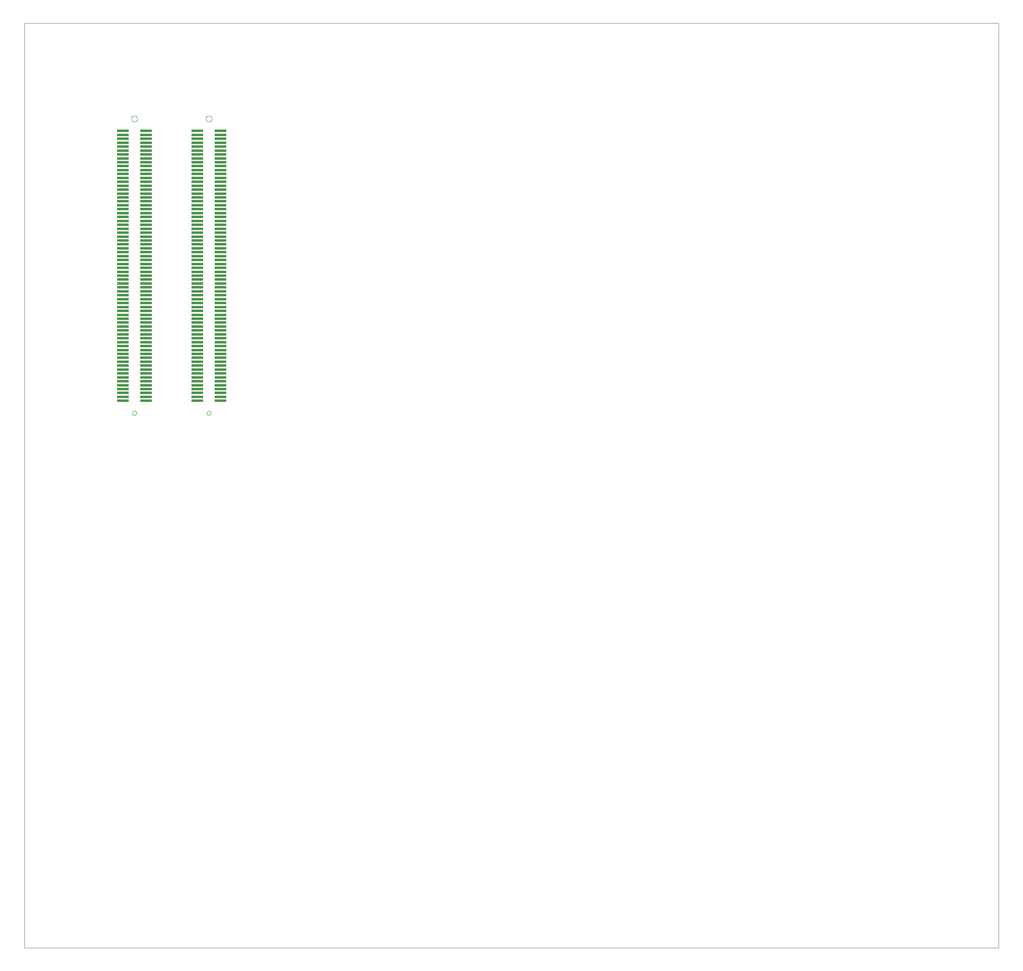
<source format=gbp>
G75*
%MOIN*%
%OFA0B0*%
%FSLAX25Y25*%
%IPPOS*%
%LPD*%
%AMOC8*
5,1,8,0,0,1.08239X$1,22.5*
%
%ADD10C,0.00000*%
%ADD11R,0.09646X0.02087*%
D10*
X0001800Y0001800D02*
X0001800Y0746548D01*
X0786879Y0746548D01*
X0786879Y0001800D01*
X0001800Y0001800D01*
X0088796Y0432540D02*
X0088798Y0432621D01*
X0088804Y0432703D01*
X0088814Y0432784D01*
X0088828Y0432864D01*
X0088845Y0432943D01*
X0088867Y0433022D01*
X0088892Y0433099D01*
X0088921Y0433176D01*
X0088954Y0433250D01*
X0088991Y0433323D01*
X0089030Y0433394D01*
X0089074Y0433463D01*
X0089120Y0433530D01*
X0089170Y0433594D01*
X0089223Y0433656D01*
X0089279Y0433716D01*
X0089337Y0433772D01*
X0089399Y0433826D01*
X0089463Y0433877D01*
X0089529Y0433924D01*
X0089597Y0433968D01*
X0089668Y0434009D01*
X0089740Y0434046D01*
X0089815Y0434080D01*
X0089890Y0434110D01*
X0089968Y0434136D01*
X0090046Y0434159D01*
X0090125Y0434177D01*
X0090205Y0434192D01*
X0090286Y0434203D01*
X0090367Y0434210D01*
X0090449Y0434213D01*
X0090530Y0434212D01*
X0090611Y0434207D01*
X0090692Y0434198D01*
X0090773Y0434185D01*
X0090853Y0434168D01*
X0090931Y0434148D01*
X0091009Y0434123D01*
X0091086Y0434095D01*
X0091161Y0434063D01*
X0091234Y0434028D01*
X0091305Y0433989D01*
X0091375Y0433946D01*
X0091442Y0433901D01*
X0091508Y0433852D01*
X0091570Y0433800D01*
X0091630Y0433744D01*
X0091687Y0433686D01*
X0091742Y0433626D01*
X0091793Y0433562D01*
X0091841Y0433497D01*
X0091886Y0433429D01*
X0091928Y0433359D01*
X0091966Y0433287D01*
X0092001Y0433213D01*
X0092032Y0433138D01*
X0092059Y0433061D01*
X0092082Y0432983D01*
X0092102Y0432904D01*
X0092118Y0432824D01*
X0092130Y0432743D01*
X0092138Y0432662D01*
X0092142Y0432581D01*
X0092142Y0432499D01*
X0092138Y0432418D01*
X0092130Y0432337D01*
X0092118Y0432256D01*
X0092102Y0432176D01*
X0092082Y0432097D01*
X0092059Y0432019D01*
X0092032Y0431942D01*
X0092001Y0431867D01*
X0091966Y0431793D01*
X0091928Y0431721D01*
X0091886Y0431651D01*
X0091841Y0431583D01*
X0091793Y0431518D01*
X0091742Y0431454D01*
X0091687Y0431394D01*
X0091630Y0431336D01*
X0091570Y0431280D01*
X0091508Y0431228D01*
X0091442Y0431179D01*
X0091375Y0431134D01*
X0091306Y0431091D01*
X0091234Y0431052D01*
X0091161Y0431017D01*
X0091086Y0430985D01*
X0091009Y0430957D01*
X0090931Y0430932D01*
X0090853Y0430912D01*
X0090773Y0430895D01*
X0090692Y0430882D01*
X0090611Y0430873D01*
X0090530Y0430868D01*
X0090449Y0430867D01*
X0090367Y0430870D01*
X0090286Y0430877D01*
X0090205Y0430888D01*
X0090125Y0430903D01*
X0090046Y0430921D01*
X0089968Y0430944D01*
X0089890Y0430970D01*
X0089815Y0431000D01*
X0089740Y0431034D01*
X0089668Y0431071D01*
X0089597Y0431112D01*
X0089529Y0431156D01*
X0089463Y0431203D01*
X0089399Y0431254D01*
X0089337Y0431308D01*
X0089279Y0431364D01*
X0089223Y0431424D01*
X0089170Y0431486D01*
X0089120Y0431550D01*
X0089074Y0431617D01*
X0089030Y0431686D01*
X0088991Y0431757D01*
X0088954Y0431830D01*
X0088921Y0431904D01*
X0088892Y0431981D01*
X0088867Y0432058D01*
X0088845Y0432137D01*
X0088828Y0432216D01*
X0088814Y0432296D01*
X0088804Y0432377D01*
X0088798Y0432459D01*
X0088796Y0432540D01*
X0148796Y0432540D02*
X0148798Y0432621D01*
X0148804Y0432703D01*
X0148814Y0432784D01*
X0148828Y0432864D01*
X0148845Y0432943D01*
X0148867Y0433022D01*
X0148892Y0433099D01*
X0148921Y0433176D01*
X0148954Y0433250D01*
X0148991Y0433323D01*
X0149030Y0433394D01*
X0149074Y0433463D01*
X0149120Y0433530D01*
X0149170Y0433594D01*
X0149223Y0433656D01*
X0149279Y0433716D01*
X0149337Y0433772D01*
X0149399Y0433826D01*
X0149463Y0433877D01*
X0149529Y0433924D01*
X0149597Y0433968D01*
X0149668Y0434009D01*
X0149740Y0434046D01*
X0149815Y0434080D01*
X0149890Y0434110D01*
X0149968Y0434136D01*
X0150046Y0434159D01*
X0150125Y0434177D01*
X0150205Y0434192D01*
X0150286Y0434203D01*
X0150367Y0434210D01*
X0150449Y0434213D01*
X0150530Y0434212D01*
X0150611Y0434207D01*
X0150692Y0434198D01*
X0150773Y0434185D01*
X0150853Y0434168D01*
X0150931Y0434148D01*
X0151009Y0434123D01*
X0151086Y0434095D01*
X0151161Y0434063D01*
X0151234Y0434028D01*
X0151305Y0433989D01*
X0151375Y0433946D01*
X0151442Y0433901D01*
X0151508Y0433852D01*
X0151570Y0433800D01*
X0151630Y0433744D01*
X0151687Y0433686D01*
X0151742Y0433626D01*
X0151793Y0433562D01*
X0151841Y0433497D01*
X0151886Y0433429D01*
X0151928Y0433359D01*
X0151966Y0433287D01*
X0152001Y0433213D01*
X0152032Y0433138D01*
X0152059Y0433061D01*
X0152082Y0432983D01*
X0152102Y0432904D01*
X0152118Y0432824D01*
X0152130Y0432743D01*
X0152138Y0432662D01*
X0152142Y0432581D01*
X0152142Y0432499D01*
X0152138Y0432418D01*
X0152130Y0432337D01*
X0152118Y0432256D01*
X0152102Y0432176D01*
X0152082Y0432097D01*
X0152059Y0432019D01*
X0152032Y0431942D01*
X0152001Y0431867D01*
X0151966Y0431793D01*
X0151928Y0431721D01*
X0151886Y0431651D01*
X0151841Y0431583D01*
X0151793Y0431518D01*
X0151742Y0431454D01*
X0151687Y0431394D01*
X0151630Y0431336D01*
X0151570Y0431280D01*
X0151508Y0431228D01*
X0151442Y0431179D01*
X0151375Y0431134D01*
X0151306Y0431091D01*
X0151234Y0431052D01*
X0151161Y0431017D01*
X0151086Y0430985D01*
X0151009Y0430957D01*
X0150931Y0430932D01*
X0150853Y0430912D01*
X0150773Y0430895D01*
X0150692Y0430882D01*
X0150611Y0430873D01*
X0150530Y0430868D01*
X0150449Y0430867D01*
X0150367Y0430870D01*
X0150286Y0430877D01*
X0150205Y0430888D01*
X0150125Y0430903D01*
X0150046Y0430921D01*
X0149968Y0430944D01*
X0149890Y0430970D01*
X0149815Y0431000D01*
X0149740Y0431034D01*
X0149668Y0431071D01*
X0149597Y0431112D01*
X0149529Y0431156D01*
X0149463Y0431203D01*
X0149399Y0431254D01*
X0149337Y0431308D01*
X0149279Y0431364D01*
X0149223Y0431424D01*
X0149170Y0431486D01*
X0149120Y0431550D01*
X0149074Y0431617D01*
X0149030Y0431686D01*
X0148991Y0431757D01*
X0148954Y0431830D01*
X0148921Y0431904D01*
X0148892Y0431981D01*
X0148867Y0432058D01*
X0148845Y0432137D01*
X0148828Y0432216D01*
X0148814Y0432296D01*
X0148804Y0432377D01*
X0148798Y0432459D01*
X0148796Y0432540D01*
X0148008Y0669548D02*
X0148010Y0669647D01*
X0148016Y0669746D01*
X0148026Y0669845D01*
X0148040Y0669943D01*
X0148058Y0670040D01*
X0148080Y0670137D01*
X0148105Y0670233D01*
X0148135Y0670327D01*
X0148168Y0670421D01*
X0148205Y0670513D01*
X0148246Y0670603D01*
X0148290Y0670692D01*
X0148338Y0670778D01*
X0148389Y0670863D01*
X0148444Y0670946D01*
X0148502Y0671026D01*
X0148563Y0671104D01*
X0148627Y0671180D01*
X0148694Y0671253D01*
X0148764Y0671323D01*
X0148837Y0671390D01*
X0148913Y0671454D01*
X0148991Y0671515D01*
X0149071Y0671573D01*
X0149154Y0671628D01*
X0149238Y0671679D01*
X0149325Y0671727D01*
X0149414Y0671771D01*
X0149504Y0671812D01*
X0149596Y0671849D01*
X0149690Y0671882D01*
X0149784Y0671912D01*
X0149880Y0671937D01*
X0149977Y0671959D01*
X0150074Y0671977D01*
X0150172Y0671991D01*
X0150271Y0672001D01*
X0150370Y0672007D01*
X0150469Y0672009D01*
X0150568Y0672007D01*
X0150667Y0672001D01*
X0150766Y0671991D01*
X0150864Y0671977D01*
X0150961Y0671959D01*
X0151058Y0671937D01*
X0151154Y0671912D01*
X0151248Y0671882D01*
X0151342Y0671849D01*
X0151434Y0671812D01*
X0151524Y0671771D01*
X0151613Y0671727D01*
X0151699Y0671679D01*
X0151784Y0671628D01*
X0151867Y0671573D01*
X0151947Y0671515D01*
X0152025Y0671454D01*
X0152101Y0671390D01*
X0152174Y0671323D01*
X0152244Y0671253D01*
X0152311Y0671180D01*
X0152375Y0671104D01*
X0152436Y0671026D01*
X0152494Y0670946D01*
X0152549Y0670863D01*
X0152600Y0670779D01*
X0152648Y0670692D01*
X0152692Y0670603D01*
X0152733Y0670513D01*
X0152770Y0670421D01*
X0152803Y0670327D01*
X0152833Y0670233D01*
X0152858Y0670137D01*
X0152880Y0670040D01*
X0152898Y0669943D01*
X0152912Y0669845D01*
X0152922Y0669746D01*
X0152928Y0669647D01*
X0152930Y0669548D01*
X0152928Y0669449D01*
X0152922Y0669350D01*
X0152912Y0669251D01*
X0152898Y0669153D01*
X0152880Y0669056D01*
X0152858Y0668959D01*
X0152833Y0668863D01*
X0152803Y0668769D01*
X0152770Y0668675D01*
X0152733Y0668583D01*
X0152692Y0668493D01*
X0152648Y0668404D01*
X0152600Y0668318D01*
X0152549Y0668233D01*
X0152494Y0668150D01*
X0152436Y0668070D01*
X0152375Y0667992D01*
X0152311Y0667916D01*
X0152244Y0667843D01*
X0152174Y0667773D01*
X0152101Y0667706D01*
X0152025Y0667642D01*
X0151947Y0667581D01*
X0151867Y0667523D01*
X0151784Y0667468D01*
X0151700Y0667417D01*
X0151613Y0667369D01*
X0151524Y0667325D01*
X0151434Y0667284D01*
X0151342Y0667247D01*
X0151248Y0667214D01*
X0151154Y0667184D01*
X0151058Y0667159D01*
X0150961Y0667137D01*
X0150864Y0667119D01*
X0150766Y0667105D01*
X0150667Y0667095D01*
X0150568Y0667089D01*
X0150469Y0667087D01*
X0150370Y0667089D01*
X0150271Y0667095D01*
X0150172Y0667105D01*
X0150074Y0667119D01*
X0149977Y0667137D01*
X0149880Y0667159D01*
X0149784Y0667184D01*
X0149690Y0667214D01*
X0149596Y0667247D01*
X0149504Y0667284D01*
X0149414Y0667325D01*
X0149325Y0667369D01*
X0149239Y0667417D01*
X0149154Y0667468D01*
X0149071Y0667523D01*
X0148991Y0667581D01*
X0148913Y0667642D01*
X0148837Y0667706D01*
X0148764Y0667773D01*
X0148694Y0667843D01*
X0148627Y0667916D01*
X0148563Y0667992D01*
X0148502Y0668070D01*
X0148444Y0668150D01*
X0148389Y0668233D01*
X0148338Y0668317D01*
X0148290Y0668404D01*
X0148246Y0668493D01*
X0148205Y0668583D01*
X0148168Y0668675D01*
X0148135Y0668769D01*
X0148105Y0668863D01*
X0148080Y0668959D01*
X0148058Y0669056D01*
X0148040Y0669153D01*
X0148026Y0669251D01*
X0148016Y0669350D01*
X0148010Y0669449D01*
X0148008Y0669548D01*
X0088008Y0669548D02*
X0088010Y0669647D01*
X0088016Y0669746D01*
X0088026Y0669845D01*
X0088040Y0669943D01*
X0088058Y0670040D01*
X0088080Y0670137D01*
X0088105Y0670233D01*
X0088135Y0670327D01*
X0088168Y0670421D01*
X0088205Y0670513D01*
X0088246Y0670603D01*
X0088290Y0670692D01*
X0088338Y0670778D01*
X0088389Y0670863D01*
X0088444Y0670946D01*
X0088502Y0671026D01*
X0088563Y0671104D01*
X0088627Y0671180D01*
X0088694Y0671253D01*
X0088764Y0671323D01*
X0088837Y0671390D01*
X0088913Y0671454D01*
X0088991Y0671515D01*
X0089071Y0671573D01*
X0089154Y0671628D01*
X0089238Y0671679D01*
X0089325Y0671727D01*
X0089414Y0671771D01*
X0089504Y0671812D01*
X0089596Y0671849D01*
X0089690Y0671882D01*
X0089784Y0671912D01*
X0089880Y0671937D01*
X0089977Y0671959D01*
X0090074Y0671977D01*
X0090172Y0671991D01*
X0090271Y0672001D01*
X0090370Y0672007D01*
X0090469Y0672009D01*
X0090568Y0672007D01*
X0090667Y0672001D01*
X0090766Y0671991D01*
X0090864Y0671977D01*
X0090961Y0671959D01*
X0091058Y0671937D01*
X0091154Y0671912D01*
X0091248Y0671882D01*
X0091342Y0671849D01*
X0091434Y0671812D01*
X0091524Y0671771D01*
X0091613Y0671727D01*
X0091699Y0671679D01*
X0091784Y0671628D01*
X0091867Y0671573D01*
X0091947Y0671515D01*
X0092025Y0671454D01*
X0092101Y0671390D01*
X0092174Y0671323D01*
X0092244Y0671253D01*
X0092311Y0671180D01*
X0092375Y0671104D01*
X0092436Y0671026D01*
X0092494Y0670946D01*
X0092549Y0670863D01*
X0092600Y0670779D01*
X0092648Y0670692D01*
X0092692Y0670603D01*
X0092733Y0670513D01*
X0092770Y0670421D01*
X0092803Y0670327D01*
X0092833Y0670233D01*
X0092858Y0670137D01*
X0092880Y0670040D01*
X0092898Y0669943D01*
X0092912Y0669845D01*
X0092922Y0669746D01*
X0092928Y0669647D01*
X0092930Y0669548D01*
X0092928Y0669449D01*
X0092922Y0669350D01*
X0092912Y0669251D01*
X0092898Y0669153D01*
X0092880Y0669056D01*
X0092858Y0668959D01*
X0092833Y0668863D01*
X0092803Y0668769D01*
X0092770Y0668675D01*
X0092733Y0668583D01*
X0092692Y0668493D01*
X0092648Y0668404D01*
X0092600Y0668318D01*
X0092549Y0668233D01*
X0092494Y0668150D01*
X0092436Y0668070D01*
X0092375Y0667992D01*
X0092311Y0667916D01*
X0092244Y0667843D01*
X0092174Y0667773D01*
X0092101Y0667706D01*
X0092025Y0667642D01*
X0091947Y0667581D01*
X0091867Y0667523D01*
X0091784Y0667468D01*
X0091700Y0667417D01*
X0091613Y0667369D01*
X0091524Y0667325D01*
X0091434Y0667284D01*
X0091342Y0667247D01*
X0091248Y0667214D01*
X0091154Y0667184D01*
X0091058Y0667159D01*
X0090961Y0667137D01*
X0090864Y0667119D01*
X0090766Y0667105D01*
X0090667Y0667095D01*
X0090568Y0667089D01*
X0090469Y0667087D01*
X0090370Y0667089D01*
X0090271Y0667095D01*
X0090172Y0667105D01*
X0090074Y0667119D01*
X0089977Y0667137D01*
X0089880Y0667159D01*
X0089784Y0667184D01*
X0089690Y0667214D01*
X0089596Y0667247D01*
X0089504Y0667284D01*
X0089414Y0667325D01*
X0089325Y0667369D01*
X0089239Y0667417D01*
X0089154Y0667468D01*
X0089071Y0667523D01*
X0088991Y0667581D01*
X0088913Y0667642D01*
X0088837Y0667706D01*
X0088764Y0667773D01*
X0088694Y0667843D01*
X0088627Y0667916D01*
X0088563Y0667992D01*
X0088502Y0668070D01*
X0088444Y0668150D01*
X0088389Y0668233D01*
X0088338Y0668317D01*
X0088290Y0668404D01*
X0088246Y0668493D01*
X0088205Y0668583D01*
X0088168Y0668675D01*
X0088135Y0668769D01*
X0088105Y0668863D01*
X0088080Y0668959D01*
X0088058Y0669056D01*
X0088040Y0669153D01*
X0088026Y0669251D01*
X0088016Y0669350D01*
X0088010Y0669449D01*
X0088008Y0669548D01*
D11*
X0081020Y0659706D03*
X0081020Y0656556D03*
X0081020Y0653406D03*
X0081020Y0650257D03*
X0081020Y0647107D03*
X0081020Y0643957D03*
X0081020Y0640808D03*
X0081020Y0637658D03*
X0081020Y0634509D03*
X0081020Y0631359D03*
X0081020Y0628209D03*
X0081020Y0625060D03*
X0081020Y0621910D03*
X0081020Y0618761D03*
X0081020Y0615611D03*
X0081020Y0612461D03*
X0081020Y0609312D03*
X0081020Y0606162D03*
X0081020Y0603013D03*
X0081020Y0599863D03*
X0081020Y0596713D03*
X0081020Y0593564D03*
X0081020Y0590414D03*
X0081020Y0587265D03*
X0081020Y0584115D03*
X0081020Y0580965D03*
X0081020Y0577816D03*
X0081020Y0574666D03*
X0081020Y0571517D03*
X0081020Y0568367D03*
X0081020Y0565217D03*
X0081020Y0562068D03*
X0081020Y0558918D03*
X0081020Y0555769D03*
X0081020Y0552619D03*
X0081020Y0549469D03*
X0081020Y0546320D03*
X0081020Y0543170D03*
X0081020Y0540020D03*
X0081020Y0536871D03*
X0081020Y0533721D03*
X0081020Y0530572D03*
X0081020Y0527422D03*
X0081020Y0524272D03*
X0081020Y0521123D03*
X0081020Y0517973D03*
X0081020Y0514824D03*
X0081020Y0511674D03*
X0081020Y0508524D03*
X0081020Y0505375D03*
X0081020Y0502225D03*
X0081020Y0499076D03*
X0081020Y0495926D03*
X0081020Y0492776D03*
X0081020Y0489627D03*
X0081020Y0486477D03*
X0081020Y0483328D03*
X0081020Y0480178D03*
X0081020Y0477028D03*
X0081020Y0473879D03*
X0081020Y0470729D03*
X0081020Y0467580D03*
X0081020Y0464430D03*
X0081020Y0461280D03*
X0081020Y0458131D03*
X0081020Y0454981D03*
X0081020Y0451831D03*
X0081020Y0448682D03*
X0081020Y0445532D03*
X0081020Y0442383D03*
X0099918Y0442383D03*
X0099918Y0445532D03*
X0099918Y0448682D03*
X0099918Y0451831D03*
X0099918Y0454981D03*
X0099918Y0458131D03*
X0099918Y0461280D03*
X0099918Y0464430D03*
X0099918Y0467580D03*
X0099918Y0470729D03*
X0099918Y0473879D03*
X0099918Y0477028D03*
X0099918Y0480178D03*
X0099918Y0483328D03*
X0099918Y0486477D03*
X0099918Y0489627D03*
X0099918Y0492776D03*
X0099918Y0495926D03*
X0099918Y0499076D03*
X0099918Y0502225D03*
X0099918Y0505375D03*
X0099918Y0508524D03*
X0099918Y0511674D03*
X0099918Y0514824D03*
X0099918Y0517973D03*
X0099918Y0521123D03*
X0099918Y0524272D03*
X0099918Y0527422D03*
X0099918Y0530572D03*
X0099918Y0533721D03*
X0099918Y0536871D03*
X0099918Y0540020D03*
X0099918Y0543170D03*
X0099918Y0546320D03*
X0099918Y0549469D03*
X0099918Y0552619D03*
X0099918Y0555769D03*
X0099918Y0558918D03*
X0099918Y0562068D03*
X0099918Y0565217D03*
X0099918Y0568367D03*
X0099918Y0571517D03*
X0099918Y0574666D03*
X0099918Y0577816D03*
X0099918Y0580965D03*
X0099918Y0584115D03*
X0099918Y0587265D03*
X0099918Y0590414D03*
X0099918Y0593564D03*
X0099918Y0596713D03*
X0099918Y0599863D03*
X0099918Y0603013D03*
X0099918Y0606162D03*
X0099918Y0609312D03*
X0099918Y0612461D03*
X0099918Y0615611D03*
X0099918Y0618761D03*
X0099918Y0621910D03*
X0099918Y0625060D03*
X0099918Y0628209D03*
X0099918Y0631359D03*
X0099918Y0634509D03*
X0099918Y0637658D03*
X0099918Y0640808D03*
X0099918Y0643957D03*
X0099918Y0647107D03*
X0099918Y0650257D03*
X0099918Y0653406D03*
X0099918Y0656556D03*
X0099918Y0659706D03*
X0141020Y0659706D03*
X0141020Y0656556D03*
X0141020Y0653406D03*
X0141020Y0650257D03*
X0141020Y0647107D03*
X0141020Y0643957D03*
X0141020Y0640808D03*
X0141020Y0637658D03*
X0141020Y0634509D03*
X0141020Y0631359D03*
X0141020Y0628209D03*
X0141020Y0625060D03*
X0141020Y0621910D03*
X0141020Y0618761D03*
X0141020Y0615611D03*
X0141020Y0612461D03*
X0141020Y0609312D03*
X0141020Y0606162D03*
X0141020Y0603013D03*
X0141020Y0599863D03*
X0141020Y0596713D03*
X0141020Y0593564D03*
X0141020Y0590414D03*
X0141020Y0587265D03*
X0141020Y0584115D03*
X0141020Y0580965D03*
X0141020Y0577816D03*
X0141020Y0574666D03*
X0141020Y0571517D03*
X0141020Y0568367D03*
X0141020Y0565217D03*
X0141020Y0562068D03*
X0141020Y0558918D03*
X0141020Y0555769D03*
X0141020Y0552619D03*
X0141020Y0549469D03*
X0141020Y0546320D03*
X0141020Y0543170D03*
X0141020Y0540020D03*
X0141020Y0536871D03*
X0141020Y0533721D03*
X0141020Y0530572D03*
X0141020Y0527422D03*
X0141020Y0524272D03*
X0141020Y0521123D03*
X0141020Y0517973D03*
X0141020Y0514824D03*
X0141020Y0511674D03*
X0141020Y0508524D03*
X0141020Y0505375D03*
X0141020Y0502225D03*
X0141020Y0499076D03*
X0141020Y0495926D03*
X0141020Y0492776D03*
X0141020Y0489627D03*
X0141020Y0486477D03*
X0141020Y0483328D03*
X0141020Y0480178D03*
X0141020Y0477028D03*
X0141020Y0473879D03*
X0141020Y0470729D03*
X0141020Y0467580D03*
X0141020Y0464430D03*
X0141020Y0461280D03*
X0141020Y0458131D03*
X0141020Y0454981D03*
X0141020Y0451831D03*
X0141020Y0448682D03*
X0141020Y0445532D03*
X0141020Y0442383D03*
X0159918Y0442383D03*
X0159918Y0445532D03*
X0159918Y0448682D03*
X0159918Y0451831D03*
X0159918Y0454981D03*
X0159918Y0458131D03*
X0159918Y0461280D03*
X0159918Y0464430D03*
X0159918Y0467580D03*
X0159918Y0470729D03*
X0159918Y0473879D03*
X0159918Y0477028D03*
X0159918Y0480178D03*
X0159918Y0483328D03*
X0159918Y0486477D03*
X0159918Y0489627D03*
X0159918Y0492776D03*
X0159918Y0495926D03*
X0159918Y0499076D03*
X0159918Y0502225D03*
X0159918Y0505375D03*
X0159918Y0508524D03*
X0159918Y0511674D03*
X0159918Y0514824D03*
X0159918Y0517973D03*
X0159918Y0521123D03*
X0159918Y0524272D03*
X0159918Y0527422D03*
X0159918Y0530572D03*
X0159918Y0533721D03*
X0159918Y0536871D03*
X0159918Y0540020D03*
X0159918Y0543170D03*
X0159918Y0546320D03*
X0159918Y0549469D03*
X0159918Y0552619D03*
X0159918Y0555769D03*
X0159918Y0558918D03*
X0159918Y0562068D03*
X0159918Y0565217D03*
X0159918Y0568367D03*
X0159918Y0571517D03*
X0159918Y0574666D03*
X0159918Y0577816D03*
X0159918Y0580965D03*
X0159918Y0584115D03*
X0159918Y0587265D03*
X0159918Y0590414D03*
X0159918Y0593564D03*
X0159918Y0596713D03*
X0159918Y0599863D03*
X0159918Y0603013D03*
X0159918Y0606162D03*
X0159918Y0609312D03*
X0159918Y0612461D03*
X0159918Y0615611D03*
X0159918Y0618761D03*
X0159918Y0621910D03*
X0159918Y0625060D03*
X0159918Y0628209D03*
X0159918Y0631359D03*
X0159918Y0634509D03*
X0159918Y0637658D03*
X0159918Y0640808D03*
X0159918Y0643957D03*
X0159918Y0647107D03*
X0159918Y0650257D03*
X0159918Y0653406D03*
X0159918Y0656556D03*
X0159918Y0659706D03*
M02*

</source>
